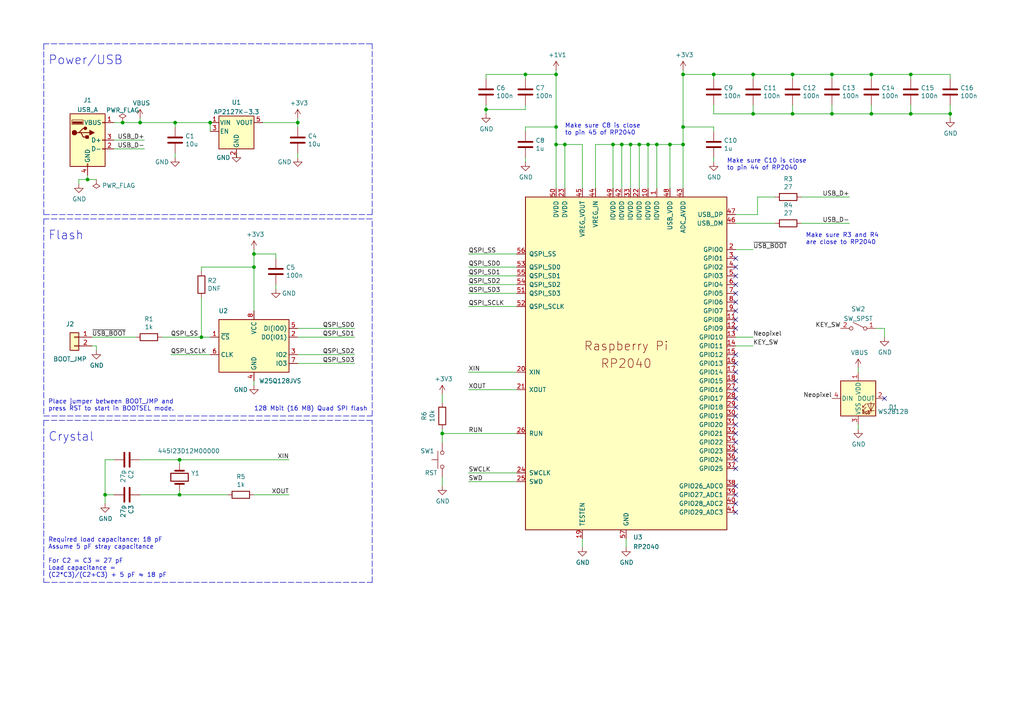
<source format=kicad_sch>
(kicad_sch (version 20211123) (generator eeschema)
  (paper "A4")
  (lib_symbols
    (symbol "Connector:USB_A" (pin_names (offset 1.016))
      (property "Reference" "J1" (at 0 11.5865 0))
      (property "Value" "USB_A" (at 0 8.8114 0))
      (symbol "USB_A_0_1"
        (rectangle (start -5.08 -7.62) (end 5.08 7.62) (stroke (width 0.254)) (fill (type background)))
        (circle (center -3.81 2.159) (radius 0.635) (stroke (width 0.254)) (fill (type outline)))
        (rectangle (start -1.524 4.826) (end -4.318 5.334) (fill (type outline)))
        (rectangle (start -1.27 4.572) (end -4.572 5.842))
        (circle (center -0.635 3.429) (radius 0.381) (stroke (width 0.254)) (fill (type outline)))
        (rectangle (start -0.127 -7.62) (end 0.127 -6.858))
        (polyline (pts (xy -3.175 2.159) (xy -2.54 2.159) (xy -1.27 3.429) (xy -0.635 3.429)) (stroke (width 0.254)))
        (polyline (pts (xy -2.54 2.159) (xy -1.905 2.159) (xy -1.27 0.889) (xy 0 0.889)) (stroke (width 0.254)))
        (polyline (pts (xy 0.635 2.794) (xy 0.635 1.524) (xy 1.905 2.159) (xy 0.635 2.794)) (stroke (width 0.254)) (fill (type outline)))
        (rectangle (start 0.254 1.27) (end -0.508 0.508) (stroke (width 0.254)) (fill (type outline)))
        (rectangle (start 5.08 -2.667) (end 4.318 -2.413))
        (rectangle (start 5.08 -0.127) (end 4.318 0.127))
        (rectangle (start 5.08 4.953) (end 4.318 5.207))
      )
      (symbol "USB_A_1_1"
        (polyline (pts (xy -1.905 2.159) (xy 0.635 2.159)) (stroke (width 0.254)))
        (pin power_in line (at 7.62 5.08 180) (length 2.54) (name "VBUS") (number "1"))
        (pin bidirectional line (at 7.62 -2.54 180) (length 2.54) (name "D-") (number "2"))
        (pin bidirectional line (at 7.62 0 180) (length 2.54) (name "D+") (number "3"))
        (pin power_in line (at 0 -10.16 90) (length 2.54) (name "GND") (number "4"))
      )
    )
    (symbol "Connector_Generic:Conn_01x02" (pin_names (offset 1.016) hide)
      (property "Reference" "J" (at 0 2.54 0))
      (property "Value" "Conn_01x02" (at 0 -5.08 0))
      (symbol "Conn_01x02_1_1"
        (rectangle (start -1.27 -2.413) (end 0 -2.667) (stroke (width 0.1524)))
        (rectangle (start -1.27 0.127) (end 0 -0.127) (stroke (width 0.1524)))
        (rectangle (start -1.27 1.27) (end 1.27 -3.81) (stroke (width 0.254)) (fill (type background)))
        (pin passive line (at -5.08 0 0) (length 3.81) (name "Pin_1") (number "1"))
        (pin passive line (at -5.08 -2.54 0) (length 3.81) (name "Pin_2") (number "2"))
      )
    )
    (symbol "Device:C" (pin_numbers hide) (pin_names (offset 0.254))
      (property "Reference" "C" (at 0.635 2.54 0))
      (property "Value" "C" (at 0.635 -2.54 0))
      (symbol "C_0_1"
        (polyline (pts (xy -2.032 -0.762) (xy 2.032 -0.762)) (stroke (width 0.508)))
        (polyline (pts (xy -2.032 0.762) (xy 2.032 0.762)) (stroke (width 0.508)))
      )
      (symbol "C_1_1"
        (pin passive line (at 0 3.81 270) (length 2.794) (name "~") (number "1"))
        (pin passive line (at 0 -3.81 90) (length 2.794) (name "~") (number "2"))
      )
    )
    (symbol "Device:Crystal" (pin_numbers hide) (pin_names (offset 1.016) hide)
      (property "Reference" "Y" (at 0 3.81 0))
      (property "Value" "Crystal" (at 0 -3.81 0))
      (symbol "Crystal_0_1"
        (rectangle (start -1.143 2.54) (end 1.143 -2.54) (stroke (width 0.3048)))
        (polyline (pts (xy -2.54 0) (xy -1.905 0)))
        (polyline (pts (xy -1.905 -1.27) (xy -1.905 1.27)) (stroke (width 0.508)))
        (polyline (pts (xy 1.905 -1.27) (xy 1.905 1.27)) (stroke (width 0.508)))
        (polyline (pts (xy 2.54 0) (xy 1.905 0)))
      )
      (symbol "Crystal_1_1"
        (pin passive line (at -3.81 0 0) (length 1.27) (name "1") (number "1"))
        (pin passive line (at 3.81 0 180) (length 1.27) (name "2") (number "2"))
      )
    )
    (symbol "Device:R" (pin_numbers hide) (pin_names (offset 0))
      (property "Reference" "R" (at 2.032 0 90))
      (property "Value" "R" (at 0 0 90))
      (symbol "R_0_1"
        (rectangle (start -1.016 -2.54) (end 1.016 2.54) (stroke (width 0.254)))
      )
      (symbol "R_1_1"
        (pin passive line (at 0 3.81 270) (length 1.27) (name "~") (number "1"))
        (pin passive line (at 0 -3.81 90) (length 1.27) (name "~") (number "2"))
      )
    )
    (symbol "LED:WS2812B" (pin_names (offset 0.254))
      (property "Reference" "D" (at 5.08 5.715 0))
      (property "Value" "WS2812B" (at 1.27 -5.715 0))
      (symbol "WS2812B_0_0"
        (text "RGB" (at 2.286 -4.191 0) (effects (font (size 0.762 0.762))))
      )
      (symbol "WS2812B_0_1"
        (polyline (pts (xy 1.27 -3.556) (xy 1.778 -3.556)))
        (polyline (pts (xy 1.27 -2.54) (xy 1.778 -2.54)))
        (polyline (pts (xy 4.699 -3.556) (xy 2.667 -3.556)))
        (polyline (pts (xy 2.286 -2.54) (xy 1.27 -3.556) (xy 1.27 -3.048)))
        (polyline (pts (xy 2.286 -1.524) (xy 1.27 -2.54) (xy 1.27 -2.032)))
        (polyline (pts (xy 3.683 -1.016) (xy 3.683 -3.556) (xy 3.683 -4.064)))
        (polyline (pts (xy 4.699 -1.524) (xy 2.667 -1.524) (xy 3.683 -3.556) (xy 4.699 -1.524)))
        (rectangle (start 5.08 5.08) (end -5.08 -5.08) (stroke (width 0.254)) (fill (type background)))
      )
      (symbol "WS2812B_1_1"
        (pin power_in line (at 0 7.62 270) (length 2.54) (name "VDD") (number "1"))
        (pin output line (at 7.62 0 180) (length 2.54) (name "DOUT") (number "2"))
        (pin power_in line (at 0 -7.62 90) (length 2.54) (name "VSS") (number "3"))
        (pin input line (at -7.62 0 0) (length 2.54) (name "DIN") (number "4"))
      )
    )
    (symbol "MCU_RaspberryPi_RP2040:RP2040" (pin_names (offset 1.016))
      (property "Reference" "U" (at -29.21 49.53 0))
      (property "Value" "RP2040" (at 24.13 -49.53 0))
      (symbol "RP2040_0_0"
        (text "Raspberry Pi" (at 0 5.08 0) (effects (font (size 2.54 2.54))))
        (text "RP2040" (at 0 0 0) (effects (font (size 2.54 2.54))))
      )
      (symbol "RP2040_0_1"
        (rectangle (start 29.21 48.26) (end -29.21 -48.26) (stroke (width 0.254)) (fill (type background)))
      )
      (symbol "RP2040_1_1"
        (pin power_in line (at 8.89 50.8 270) (length 2.54) (name "IOVDD") (number "1"))
        (pin power_in line (at 6.35 50.8 270) (length 2.54) (name "IOVDD") (number "10"))
        (pin bidirectional line (at 31.75 12.7 180) (length 2.54) (name "GPIO8") (number "11"))
        (pin bidirectional line (at 31.75 10.16 180) (length 2.54) (name "GPIO9") (number "12"))
        (pin bidirectional line (at 31.75 7.62 180) (length 2.54) (name "GPIO10") (number "13"))
        (pin bidirectional line (at 31.75 5.08 180) (length 2.54) (name "GPIO11") (number "14"))
        (pin bidirectional line (at 31.75 2.54 180) (length 2.54) (name "GPIO12") (number "15"))
        (pin bidirectional line (at 31.75 0 180) (length 2.54) (name "GPIO13") (number "16"))
        (pin bidirectional line (at 31.75 -2.54 180) (length 2.54) (name "GPIO14") (number "17"))
        (pin bidirectional line (at 31.75 -5.08 180) (length 2.54) (name "GPIO15") (number "18"))
        (pin passive line (at -12.7 -50.8 90) (length 2.54) (name "TESTEN") (number "19"))
        (pin bidirectional line (at 31.75 33.02 180) (length 2.54) (name "GPIO0") (number "2"))
        (pin input line (at -31.75 -2.54 0) (length 2.54) (name "XIN") (number "20"))
        (pin passive line (at -31.75 -7.62 0) (length 2.54) (name "XOUT") (number "21"))
        (pin power_in line (at 3.81 50.8 270) (length 2.54) (name "IOVDD") (number "22"))
        (pin power_in line (at -17.78 50.8 270) (length 2.54) (name "DVDD") (number "23"))
        (pin output line (at -31.75 -31.75 0) (length 2.54) (name "SWCLK") (number "24"))
        (pin bidirectional line (at -31.75 -34.29 0) (length 2.54) (name "SWD") (number "25"))
        (pin input line (at -31.75 -20.32 0) (length 2.54) (name "RUN") (number "26"))
        (pin bidirectional line (at 31.75 -7.62 180) (length 2.54) (name "GPIO16") (number "27"))
        (pin bidirectional line (at 31.75 -10.16 180) (length 2.54) (name "GPIO17") (number "28"))
        (pin bidirectional line (at 31.75 -12.7 180) (length 2.54) (name "GPIO18") (number "29"))
        (pin bidirectional line (at 31.75 30.48 180) (length 2.54) (name "GPIO1") (number "3"))
        (pin bidirectional line (at 31.75 -15.24 180) (length 2.54) (name "GPIO19") (number "30"))
        (pin bidirectional line (at 31.75 -17.78 180) (length 2.54) (name "GPIO20") (number "31"))
        (pin bidirectional line (at 31.75 -20.32 180) (length 2.54) (name "GPIO21") (number "32"))
        (pin power_in line (at 1.27 50.8 270) (length 2.54) (name "IOVDD") (number "33"))
        (pin bidirectional line (at 31.75 -22.86 180) (length 2.54) (name "GPIO22") (number "34"))
        (pin bidirectional line (at 31.75 -25.4 180) (length 2.54) (name "GPIO23") (number "35"))
        (pin bidirectional line (at 31.75 -27.94 180) (length 2.54) (name "GPIO24") (number "36"))
        (pin bidirectional line (at 31.75 -30.48 180) (length 2.54) (name "GPIO25") (number "37"))
        (pin bidirectional line (at 31.75 -35.56 180) (length 2.54) (name "GPIO26_ADC0") (number "38"))
        (pin bidirectional line (at 31.75 -38.1 180) (length 2.54) (name "GPIO27_ADC1") (number "39"))
        (pin bidirectional line (at 31.75 27.94 180) (length 2.54) (name "GPIO2") (number "4"))
        (pin bidirectional line (at 31.75 -40.64 180) (length 2.54) (name "GPIO28_ADC2") (number "40"))
        (pin bidirectional line (at 31.75 -43.18 180) (length 2.54) (name "GPIO29_ADC3") (number "41"))
        (pin power_in line (at -1.27 50.8 270) (length 2.54) (name "IOVDD") (number "42"))
        (pin power_in line (at 16.51 50.8 270) (length 2.54) (name "ADC_AVDD") (number "43"))
        (pin power_in line (at -8.89 50.8 270) (length 2.54) (name "VREG_IN") (number "44"))
        (pin power_out line (at -12.7 50.8 270) (length 2.54) (name "VREG_VOUT") (number "45"))
        (pin bidirectional line (at 31.75 40.64 180) (length 2.54) (name "USB_DM") (number "46"))
        (pin bidirectional line (at 31.75 43.18 180) (length 2.54) (name "USB_DP") (number "47"))
        (pin power_in line (at 12.7 50.8 270) (length 2.54) (name "USB_VDD") (number "48"))
        (pin power_in line (at -3.81 50.8 270) (length 2.54) (name "IOVDD") (number "49"))
        (pin bidirectional line (at 31.75 25.4 180) (length 2.54) (name "GPIO3") (number "5"))
        (pin power_in line (at -20.32 50.8 270) (length 2.54) (name "DVDD") (number "50"))
        (pin bidirectional line (at -31.75 20.32 0) (length 2.54) (name "QSPI_SD3") (number "51"))
        (pin output line (at -31.75 16.51 0) (length 2.54) (name "QSPI_SCLK") (number "52"))
        (pin bidirectional line (at -31.75 27.94 0) (length 2.54) (name "QSPI_SD0") (number "53"))
        (pin bidirectional line (at -31.75 22.86 0) (length 2.54) (name "QSPI_SD2") (number "54"))
        (pin bidirectional line (at -31.75 25.4 0) (length 2.54) (name "QSPI_SD1") (number "55"))
        (pin bidirectional line (at -31.75 31.75 0) (length 2.54) (name "QSPI_SS") (number "56"))
        (pin power_in line (at 0 -50.8 90) (length 2.54) (name "GND") (number "57"))
        (pin bidirectional line (at 31.75 22.86 180) (length 2.54) (name "GPIO4") (number "6"))
        (pin bidirectional line (at 31.75 20.32 180) (length 2.54) (name "GPIO5") (number "7"))
        (pin bidirectional line (at 31.75 17.78 180) (length 2.54) (name "GPIO6") (number "8"))
        (pin bidirectional line (at 31.75 15.24 180) (length 2.54) (name "GPIO7") (number "9"))
      )
    )
    (symbol "Memory_Flash:W25Q128JVS"
      (property "Reference" "U" (at -8.89 8.89 0))
      (property "Value" "W25Q128JVS" (at 7.62 8.89 0))
      (symbol "W25Q128JVS_0_1"
        (rectangle (start -10.16 7.62) (end 10.16 -7.62) (stroke (width 0.254)) (fill (type background)))
      )
      (symbol "W25Q128JVS_1_1"
        (pin input line (at -12.7 2.54 0) (length 2.54) (name "~{CS}") (number "1"))
        (pin bidirectional line (at 12.7 2.54 180) (length 2.54) (name "DO(IO1)") (number "2"))
        (pin bidirectional line (at 12.7 -2.54 180) (length 2.54) (name "IO2") (number "3"))
        (pin power_in line (at 0 -10.16 90) (length 2.54) (name "GND") (number "4"))
        (pin bidirectional line (at 12.7 5.08 180) (length 2.54) (name "DI(IO0)") (number "5"))
        (pin input line (at -12.7 -2.54 0) (length 2.54) (name "CLK") (number "6"))
        (pin bidirectional line (at 12.7 -5.08 180) (length 2.54) (name "IO3") (number "7"))
        (pin power_in line (at 0 10.16 270) (length 2.54) (name "VCC") (number "8"))
      )
    )
    (symbol "Regulator_Linear:AP2127K-3.3" (pin_names (offset 0.254))
      (property "Reference" "U" (at -5.08 5.715 0))
      (property "Value" "AP2127K-3.3" (at 0 5.715 0))
      (symbol "AP2127K-3.3_0_1"
        (rectangle (start -5.08 4.445) (end 5.08 -5.08) (stroke (width 0.254)) (fill (type background)))
      )
      (symbol "AP2127K-3.3_1_1"
        (pin power_in line (at -7.62 2.54 0) (length 2.54) (name "VIN") (number "1"))
        (pin power_in line (at 0 -7.62 90) (length 2.54) (name "GND") (number "2"))
        (pin input line (at -7.62 0 0) (length 2.54) (name "EN") (number "3"))
        (pin no_connect line (at 5.08 0 180) (length 2.54) hide (name "NC") (number "4"))
        (pin power_out line (at 7.62 2.54 180) (length 2.54) (name "VOUT") (number "5"))
      )
    )
    (symbol "Switch:SW_Push" (pin_numbers hide) (pin_names (offset 1.016) hide)
      (property "Reference" "SW" (at 1.27 2.54 0))
      (property "Value" "SW_Push" (at 0 -1.524 0))
      (symbol "SW_Push_0_1"
        (circle (center -2.032 0) (radius 0.508))
        (polyline (pts (xy 0 1.27) (xy 0 3.048)))
        (polyline (pts (xy 2.54 1.27) (xy -2.54 1.27)))
        (circle (center 2.032 0) (radius 0.508))
        (pin passive line (at -5.08 0 0) (length 2.54) (name "1") (number "1"))
        (pin passive line (at 5.08 0 180) (length 2.54) (name "2") (number "2"))
      )
    )
    (symbol "Switch:SW_SPST" (pin_names (offset 0) hide)
      (property "Reference" "SW" (at 0 3.175 0))
      (property "Value" "SW_SPST" (at 0 -2.54 0))
      (symbol "SW_SPST_0_0"
        (circle (center -2.032 0) (radius 0.508))
        (polyline (pts (xy -1.524 0.254) (xy 1.524 1.778)))
        (circle (center 2.032 0) (radius 0.508))
      )
      (symbol "SW_SPST_1_1"
        (pin passive line (at -5.08 0 0) (length 2.54) (name "A") (number "1"))
        (pin passive line (at 5.08 0 180) (length 2.54) (name "B") (number "2"))
      )
    )
    (symbol "power:+1V1" (power) (pin_names (offset 0))
      (property "Value" "+1V1" (at 0 3.556 0))
      (symbol "+1V1_0_1"
        (polyline (pts (xy -0.762 1.27) (xy 0 2.54)))
        (polyline (pts (xy 0 0) (xy 0 2.54)))
        (polyline (pts (xy 0 2.54) (xy 0.762 1.27)))
      )
      (symbol "+1V1_1_1"
        (pin power_in line (at 0 0 90) (length 0) hide (name "+1V1") (number "1"))
      )
    )
    (symbol "power:+3V3" (power) (pin_names (offset 0))
      (property "Value" "+3V3" (at 0 3.556 0))
      (symbol "+3V3_0_1"
        (polyline (pts (xy -0.762 1.27) (xy 0 2.54)))
        (polyline (pts (xy 0 0) (xy 0 2.54)))
        (polyline (pts (xy 0 2.54) (xy 0.762 1.27)))
      )
      (symbol "+3V3_1_1"
        (pin power_in line (at 0 0 90) (length 0) hide (name "+3V3") (number "1"))
      )
    )
    (symbol "power:GND" (power) (pin_names (offset 0))
      (property "Value" "GND" (at 0 -3.81 0))
      (symbol "GND_0_1"
        (polyline (pts (xy 0 0) (xy 0 -1.27) (xy 1.27 -1.27) (xy 0 -2.54) (xy -1.27 -1.27) (xy 0 -1.27)))
      )
      (symbol "GND_1_1"
        (pin power_in line (at 0 0 270) (length 0) hide (name "GND") (number "1"))
      )
    )
    (symbol "power:PWR_FLAG" (power) (pin_numbers hide) (pin_names (offset 0) hide)
      (property "Value" "PWR_FLAG" (at 0 3.81 0))
      (symbol "PWR_FLAG_0_0"
        (pin power_out line (at 0 0 90) (length 0) (name "pwr") (number "1"))
      )
      (symbol "PWR_FLAG_0_1"
        (polyline (pts (xy 0 0) (xy 0 1.27) (xy -1.016 1.905) (xy 0 2.54) (xy 1.016 1.905) (xy 0 1.27)))
      )
    )
    (symbol "power:VBUS" (power) (pin_names (offset 0))
      (property "Value" "VBUS" (at 0 3.81 0))
      (symbol "VBUS_0_1"
        (polyline (pts (xy -0.762 1.27) (xy 0 2.54)))
        (polyline (pts (xy 0 0) (xy 0 2.54)))
        (polyline (pts (xy 0 2.54) (xy 0.762 1.27)))
      )
      (symbol "VBUS_1_1"
        (pin power_in line (at 0 0 90) (length 0) hide (name "VBUS") (number "1"))
      )
    )
  )
  (junction (at 163.83 41.91))
  (junction (at 73.66 77.47))
  (junction (at 264.16 33.02))
  (junction (at 241.3 33.02))
  (junction (at 58.42 97.79))
  (junction (at 161.29 41.91))
  (junction (at 30.48 143.51))
  (junction (at 152.4 21.59))
  (junction (at 52.07 133.35))
  (junction (at 35.56 35.56))
  (junction (at 229.87 33.02))
  (junction (at 218.44 21.59))
  (junction (at 275.59 33.02))
  (junction (at 182.88 41.91))
  (junction (at 161.29 36.83))
  (junction (at 252.73 21.59))
  (junction (at 128.27 125.73))
  (junction (at 218.44 33.02))
  (junction (at 86.36 35.56))
  (junction (at 252.73 33.02))
  (junction (at 198.12 36.83))
  (junction (at 73.66 73.66))
  (junction (at 50.8 35.56))
  (junction (at 185.42 41.91))
  (junction (at 264.16 21.59))
  (junction (at 140.97 31.75))
  (junction (at 177.8 41.91))
  (junction (at 190.5 41.91))
  (junction (at 60.96 35.56))
  (junction (at 52.07 143.51))
  (junction (at 198.12 41.91))
  (junction (at 40.64 35.56))
  (junction (at 161.29 21.59))
  (junction (at 241.3 21.59))
  (junction (at 229.87 21.59))
  (junction (at 207.01 21.59))
  (junction (at 187.96 41.91))
  (junction (at 25.4 52.07))
  (junction (at 198.12 21.59))
  (junction (at 180.34 41.91))
  (junction (at 194.31 41.91))
  (no_connect (at 213.36 115.57))
  (no_connect (at 213.36 95.25))
  (no_connect (at 213.36 92.71))
  (no_connect (at 213.36 90.17))
  (no_connect (at 213.36 87.63))
  (no_connect (at 213.36 85.09))
  (no_connect (at 213.36 113.03))
  (no_connect (at 213.36 110.49))
  (no_connect (at 213.36 82.55))
  (no_connect (at 213.36 107.95))
  (no_connect (at 213.36 105.41))
  (no_connect (at 213.36 102.87))
  (no_connect (at 213.36 148.59))
  (no_connect (at 213.36 146.05))
  (no_connect (at 213.36 143.51))
  (no_connect (at 213.36 140.97))
  (no_connect (at 213.36 135.89))
  (no_connect (at 213.36 133.35))
  (no_connect (at 213.36 130.81))
  (no_connect (at 213.36 128.27))
  (no_connect (at 213.36 123.19))
  (no_connect (at 213.36 120.65))
  (no_connect (at 213.36 118.11))
  (no_connect (at 256.54 115.57))
  (no_connect (at 213.36 80.01))
  (no_connect (at 213.36 77.47))
  (no_connect (at 213.36 125.73))
  (no_connect (at 213.36 74.93))
  (wire (pts (xy 73.66 73.66) (xy 73.66 77.47)))
  (wire (pts (xy 163.83 41.91) (xy 161.29 41.91)))
  (wire (pts (xy 180.34 41.91) (xy 182.88 41.91)))
  (wire (pts (xy 140.97 30.48) (xy 140.97 31.75)))
  (wire (pts (xy 128.27 124.46) (xy 128.27 125.73)))
  (wire (pts (xy 128.27 125.73) (xy 128.27 128.27)))
  (wire (pts (xy 168.91 41.91) (xy 163.83 41.91)))
  (wire (pts (xy 256.54 95.25) (xy 256.54 97.79)))
  (polyline (pts (xy 12.7 12.7) (xy 12.7 62.23)))
  (wire (pts (xy 241.3 22.86) (xy 241.3 21.59)))
  (wire (pts (xy 25.4 50.8) (xy 25.4 52.07)))
  (wire (pts (xy 172.72 54.61) (xy 172.72 41.91)))
  (wire (pts (xy 190.5 41.91) (xy 190.5 54.61)))
  (wire (pts (xy 219.71 57.15) (xy 219.71 62.23)))
  (polyline (pts (xy 107.95 120.65) (xy 107.95 63.5)))
  (wire (pts (xy 58.42 77.47) (xy 73.66 77.47)))
  (wire (pts (xy 177.8 41.91) (xy 180.34 41.91)))
  (wire (pts (xy 135.89 80.01) (xy 149.86 80.01)))
  (wire (pts (xy 181.61 156.21) (xy 181.61 158.75)))
  (wire (pts (xy 198.12 21.59) (xy 207.01 21.59)))
  (wire (pts (xy 73.66 72.39) (xy 73.66 73.66)))
  (wire (pts (xy 149.86 88.9) (xy 135.89 88.9)))
  (wire (pts (xy 50.8 36.83) (xy 50.8 35.56)))
  (wire (pts (xy 73.66 110.49) (xy 73.66 111.76)))
  (wire (pts (xy 194.31 54.61) (xy 194.31 41.91)))
  (polyline (pts (xy 107.95 62.23) (xy 107.95 12.7)))
  (wire (pts (xy 207.01 38.1) (xy 207.01 36.83)))
  (wire (pts (xy 207.01 45.72) (xy 207.01 46.99)))
  (wire (pts (xy 264.16 33.02) (xy 252.73 33.02)))
  (wire (pts (xy 25.4 52.07) (xy 22.86 52.07)))
  (wire (pts (xy 149.86 113.03) (xy 135.89 113.03)))
  (wire (pts (xy 241.3 30.48) (xy 241.3 33.02)))
  (wire (pts (xy 198.12 36.83) (xy 198.12 41.91)))
  (wire (pts (xy 180.34 54.61) (xy 180.34 41.91)))
  (wire (pts (xy 35.56 35.56) (xy 40.64 35.56)))
  (wire (pts (xy 86.36 97.79) (xy 102.87 97.79)))
  (wire (pts (xy 218.44 22.86) (xy 218.44 21.59)))
  (wire (pts (xy 218.44 97.79) (xy 213.36 97.79)))
  (wire (pts (xy 168.91 54.61) (xy 168.91 41.91)))
  (wire (pts (xy 152.4 36.83) (xy 161.29 36.83)))
  (wire (pts (xy 33.02 43.18) (xy 41.91 43.18)))
  (wire (pts (xy 86.36 35.56) (xy 86.36 34.29)))
  (wire (pts (xy 128.27 138.43) (xy 128.27 140.97)))
  (wire (pts (xy 80.01 82.55) (xy 80.01 83.82)))
  (wire (pts (xy 248.92 123.19) (xy 248.92 124.46)))
  (wire (pts (xy 86.36 36.83) (xy 86.36 35.56)))
  (wire (pts (xy 152.4 22.86) (xy 152.4 21.59)))
  (wire (pts (xy 177.8 54.61) (xy 177.8 41.91)))
  (wire (pts (xy 46.99 97.79) (xy 58.42 97.79)))
  (wire (pts (xy 213.36 72.39) (xy 218.44 72.39)))
  (wire (pts (xy 140.97 22.86) (xy 140.97 21.59)))
  (wire (pts (xy 264.16 30.48) (xy 264.16 33.02)))
  (wire (pts (xy 135.89 107.95) (xy 149.86 107.95)))
  (wire (pts (xy 213.36 62.23) (xy 219.71 62.23)))
  (wire (pts (xy 140.97 21.59) (xy 152.4 21.59)))
  (wire (pts (xy 187.96 54.61) (xy 187.96 41.91)))
  (wire (pts (xy 218.44 30.48) (xy 218.44 33.02)))
  (wire (pts (xy 182.88 54.61) (xy 182.88 41.91)))
  (polyline (pts (xy 12.7 121.92) (xy 12.7 168.91)))
  (wire (pts (xy 149.86 137.16) (xy 135.89 137.16)))
  (wire (pts (xy 194.31 41.91) (xy 198.12 41.91)))
  (wire (pts (xy 218.44 33.02) (xy 207.01 33.02)))
  (wire (pts (xy 232.41 57.15) (xy 246.38 57.15)))
  (wire (pts (xy 80.01 73.66) (xy 73.66 73.66)))
  (wire (pts (xy 172.72 41.91) (xy 177.8 41.91)))
  (wire (pts (xy 135.89 77.47) (xy 149.86 77.47)))
  (wire (pts (xy 60.96 35.56) (xy 50.8 35.56)))
  (wire (pts (xy 26.67 100.33) (xy 27.94 100.33)))
  (wire (pts (xy 140.97 31.75) (xy 152.4 31.75)))
  (wire (pts (xy 135.89 82.55) (xy 149.86 82.55)))
  (wire (pts (xy 152.4 45.72) (xy 152.4 46.99)))
  (wire (pts (xy 40.64 35.56) (xy 50.8 35.56)))
  (wire (pts (xy 30.48 143.51) (xy 30.48 146.05)))
  (wire (pts (xy 40.64 133.35) (xy 52.07 133.35)))
  (wire (pts (xy 50.8 44.45) (xy 50.8 45.72)))
  (wire (pts (xy 33.02 35.56) (xy 35.56 35.56)))
  (wire (pts (xy 27.94 100.33) (xy 27.94 101.6)))
  (wire (pts (xy 80.01 74.93) (xy 80.01 73.66)))
  (wire (pts (xy 52.07 133.35) (xy 83.82 133.35)))
  (wire (pts (xy 161.29 21.59) (xy 161.29 36.83)))
  (polyline (pts (xy 107.95 12.7) (xy 12.7 12.7)))
  (wire (pts (xy 76.2 35.56) (xy 86.36 35.56)))
  (wire (pts (xy 149.86 73.66) (xy 135.89 73.66)))
  (wire (pts (xy 86.36 102.87) (xy 102.87 102.87)))
  (wire (pts (xy 275.59 22.86) (xy 275.59 21.59)))
  (wire (pts (xy 73.66 77.47) (xy 73.66 90.17)))
  (wire (pts (xy 161.29 36.83) (xy 161.29 41.91)))
  (wire (pts (xy 264.16 33.02) (xy 275.59 33.02)))
  (polyline (pts (xy 12.7 63.5) (xy 12.7 120.65)))
  (wire (pts (xy 73.66 143.51) (xy 83.82 143.51)))
  (wire (pts (xy 149.86 139.7) (xy 135.89 139.7)))
  (polyline (pts (xy 107.95 63.5) (xy 12.7 63.5)))
  (wire (pts (xy 30.48 133.35) (xy 30.48 143.51)))
  (wire (pts (xy 49.53 102.87) (xy 60.96 102.87)))
  (wire (pts (xy 33.02 40.64) (xy 41.91 40.64)))
  (wire (pts (xy 232.41 64.77) (xy 246.38 64.77)))
  (wire (pts (xy 152.4 21.59) (xy 161.29 21.59)))
  (wire (pts (xy 39.37 97.79) (xy 26.67 97.79)))
  (wire (pts (xy 252.73 21.59) (xy 264.16 21.59)))
  (wire (pts (xy 52.07 143.51) (xy 66.04 143.51)))
  (wire (pts (xy 58.42 78.74) (xy 58.42 77.47)))
  (wire (pts (xy 190.5 41.91) (xy 194.31 41.91)))
  (polyline (pts (xy 107.95 121.92) (xy 12.7 121.92)))
  (wire (pts (xy 264.16 21.59) (xy 275.59 21.59)))
  (wire (pts (xy 248.92 106.68) (xy 248.92 107.95)))
  (wire (pts (xy 187.96 41.91) (xy 190.5 41.91)))
  (wire (pts (xy 68.58 45.72) (xy 68.58 44.45)))
  (wire (pts (xy 58.42 97.79) (xy 60.96 97.79)))
  (wire (pts (xy 163.83 54.61) (xy 163.83 41.91)))
  (wire (pts (xy 252.73 30.48) (xy 252.73 33.02)))
  (wire (pts (xy 198.12 36.83) (xy 207.01 36.83)))
  (wire (pts (xy 86.36 95.25) (xy 102.87 95.25)))
  (wire (pts (xy 33.02 133.35) (xy 30.48 133.35)))
  (wire (pts (xy 182.88 41.91) (xy 185.42 41.91)))
  (polyline (pts (xy 12.7 120.65) (xy 107.95 120.65)))
  (wire (pts (xy 86.36 44.45) (xy 86.36 45.72)))
  (wire (pts (xy 275.59 30.48) (xy 275.59 33.02)))
  (wire (pts (xy 207.01 30.48) (xy 207.01 33.02)))
  (wire (pts (xy 40.64 34.29) (xy 40.64 35.56)))
  (wire (pts (xy 161.29 41.91) (xy 161.29 54.61)))
  (wire (pts (xy 241.3 33.02) (xy 229.87 33.02)))
  (wire (pts (xy 229.87 33.02) (xy 218.44 33.02)))
  (wire (pts (xy 168.91 156.21) (xy 168.91 158.75)))
  (wire (pts (xy 207.01 22.86) (xy 207.01 21.59)))
  (wire (pts (xy 161.29 20.32) (xy 161.29 21.59)))
  (wire (pts (xy 252.73 22.86) (xy 252.73 21.59)))
  (polyline (pts (xy 12.7 168.91) (xy 107.95 168.91)))
  (wire (pts (xy 198.12 21.59) (xy 198.12 36.83)))
  (wire (pts (xy 135.89 85.09) (xy 149.86 85.09)))
  (wire (pts (xy 213.36 100.33) (xy 218.44 100.33)))
  (wire (pts (xy 25.4 52.07) (xy 27.94 52.07)))
  (wire (pts (xy 58.42 86.36) (xy 58.42 97.79)))
  (wire (pts (xy 52.07 142.24) (xy 52.07 143.51)))
  (wire (pts (xy 128.27 125.73) (xy 149.86 125.73)))
  (wire (pts (xy 198.12 20.32) (xy 198.12 21.59)))
  (wire (pts (xy 86.36 105.41) (xy 102.87 105.41)))
  (wire (pts (xy 219.71 57.15) (xy 224.79 57.15)))
  (wire (pts (xy 264.16 22.86) (xy 264.16 21.59)))
  (wire (pts (xy 52.07 134.62) (xy 52.07 133.35)))
  (wire (pts (xy 275.59 33.02) (xy 275.59 34.29)))
  (wire (pts (xy 33.02 143.51) (xy 30.48 143.51)))
  (wire (pts (xy 252.73 33.02) (xy 241.3 33.02)))
  (wire (pts (xy 185.42 41.91) (xy 187.96 41.91)))
  (wire (pts (xy 40.64 143.51) (xy 52.07 143.51)))
  (wire (pts (xy 198.12 41.91) (xy 198.12 54.61)))
  (wire (pts (xy 241.3 21.59) (xy 252.73 21.59)))
  (wire (pts (xy 229.87 21.59) (xy 241.3 21.59)))
  (wire (pts (xy 229.87 30.48) (xy 229.87 33.02)))
  (polyline (pts (xy 107.95 168.91) (xy 107.95 121.92)))
  (wire (pts (xy 140.97 31.75) (xy 140.97 33.02)))
  (wire (pts (xy 60.96 38.1) (xy 60.96 35.56)))
  (wire (pts (xy 254 95.25) (xy 256.54 95.25)))
  (wire (pts (xy 22.86 52.07) (xy 22.86 53.34)))
  (wire (pts (xy 152.4 31.75) (xy 152.4 30.48)))
  (wire (pts (xy 152.4 38.1) (xy 152.4 36.83)))
  (wire (pts (xy 229.87 22.86) (xy 229.87 21.59)))
  (wire (pts (xy 213.36 64.77) (xy 224.79 64.77)))
  (wire (pts (xy 218.44 21.59) (xy 229.87 21.59)))
  (wire (pts (xy 185.42 54.61) (xy 185.42 41.91)))
  (wire (pts (xy 207.01 21.59) (xy 218.44 21.59)))
  (polyline (pts (xy 12.7 62.23) (xy 107.95 62.23)))
  (wire (pts (xy 128.27 114.3) (xy 128.27 116.84)))
  (text "128 Mbit (16 MB) Quad SPI flash" (at 73.66 119.38 0) (effects (font (size 1.27 1.27)) (justify left bottom)))
  (text "Make sure C10 is close \nto pin 44 of RP2040" (at 210.82 49.53 0) (effects (font (size 1.27 1.27)) (justify left bottom)))
  (text "Power/USB" (at 13.97 19.05 0) (effects (font (size 2.54 2.54)) (justify left bottom)))
  (text "Required load capacitance: 18 pF\nAssume 5 pF stray capacitance\n\nFor C2 = C3 = 27 pF\nLoad capacitance = \n(C2*C3)/(C2+C3) + 5 pF ≈ 18 pF" (at 13.97 167.64 0) (effects (font (size 1.27 1.27)) (justify left bottom)))
  (text "Crystal" (at 13.97 128.27 0) (effects (font (size 2.54 2.54)) (justify left bottom)))
  (text "Place jumper between BOOT_JMP and \npress RST to start in BOOTSEL mode." (at 13.97 119.38 0) (effects (font (size 1.27 1.27)) (justify left bottom)))
  (text "Make sure C8 is close \nto pin 45 of RP2040" (at 163.83 39.37 0) (effects (font (size 1.27 1.27)) (justify left bottom)))
  (text "Flash" (at 13.97 69.85 0) (effects (font (size 2.54 2.54)) (justify left bottom)))
  (text "Make sure R3 and R4 \nare close to RP2040" (at 233.68 71.12 0) (effects (font (size 1.27 1.27)) (justify left bottom)))
  (label "XIN" (at 83.82 133.35 180))
  (label "XOUT" (at 135.89 113.03 0))
  (label "USB_D-" (at 246.38 64.77 180))
  (label "QSPI_SD2" (at 135.89 82.55 0))
  (label "RUN" (at 135.89 125.73 0))
  (label "Neopixel" (at 218.44 97.79 0))
  (label "KEY_SW" (at 218.44 100.33 0))
  (label "USB_D+" (at 41.91 40.64 180))
  (label "QSPI_SD2" (at 102.87 102.87 180))
  (label "KEY_SW" (at 243.84 95.25 180))
  (label "QSPI_SS" (at 135.89 73.66 0))
  (label "QSPI_SCLK" (at 49.53 102.87 0))
  (label "~{USB_BOOT}" (at 26.67 97.79 0))
  (label "QSPI_SD1" (at 135.89 80.01 0))
  (label "SWD" (at 135.89 139.7 0))
  (label "USB_D-" (at 41.91 43.18 180))
  (label "QSPI_SD1" (at 102.87 97.79 180))
  (label "QSPI_SD0" (at 102.87 95.25 180))
  (label "QSPI_SD3" (at 102.87 105.41 180))
  (label "QSPI_SD3" (at 135.89 85.09 0))
  (label "XIN" (at 135.89 107.95 0))
  (label "QSPI_SD0" (at 135.89 77.47 0))
  (label "USB_D+" (at 246.38 57.15 180))
  (label "QSPI_SS" (at 49.53 97.79 0))
  (label "~{USB_BOOT}" (at 218.44 72.39 0))
  (label "QSPI_SCLK" (at 135.89 88.9 0))
  (label "XOUT" (at 83.82 143.51 180))
  (label "SWCLK" (at 135.89 137.16 0))
  (label "Neopixel" (at 241.3 115.57 180))
  (symbol (lib_id "Device:C") (at 36.83 133.35 270) (unit 1)
    (property "Reference" "C2" (at 37.9984 136.271 0) (effects (justify left)))
    (property "Value" "27p" (at 35.687 136.271 0) (effects (justify left)))
    (property "Footprint" "Resistor_SMD:R_0402_1005Metric_Pad0.72x0.64mm_HandSolder" (effects hide))
  )
  (symbol (lib_id "Device:C") (at 36.83 143.51 270) (unit 1)
    (property "Reference" "C3" (at 37.9984 146.431 0) (effects (justify left)))
    (property "Value" "27p" (at 35.687 146.431 0) (effects (justify left)))
    (property "Footprint" "Resistor_SMD:R_0402_1005Metric_Pad0.72x0.64mm_HandSolder" (effects hide))
  )
  (symbol (lib_id "power:GND") (at 30.48 146.05 0) (unit 1)
    (property "Reference" "#PWR06" (effects hide))
    (property "Value" "GND" (at 30.607 150.4442 0))
  )
  (symbol (lib_id "Memory_Flash:W25Q128JVS") (at 73.66 100.33 0) (unit 1)
    (property "Reference" "U2" (at 64.77 90.17 0))
    (property "Value" "W25Q128JVS" (at 81.28 110.49 0))
    (property "Footprint" "Package_SON:WSON-8-1EP_6x5mm_P1.27mm_EP3.4x4.3mm" (effects hide))
    (property "Datasheet" "http://www.winbond.com/resource-files/w25q128jv_dtr%20revc%2003272018%20plus.pdf" (effects hide))
  )
  (symbol (lib_id "power:+3V3") (at 73.66 72.39 0) (unit 1)
    (property "Reference" "#PWR07" (effects hide))
    (property "Value" "+3V3" (at 74.041 67.9958 0))
  )
  (symbol (lib_id "power:GND") (at 73.66 111.76 0) (unit 1)
    (property "Reference" "#PWR08" (effects hide))
    (property "Value" "GND" (at 69.85 113.03 0))
  )
  (symbol (lib_id "Device:R") (at 58.42 82.55 0) (unit 1)
    (property "Reference" "R2" (at 60.198 81.3816 0) (effects (justify left)))
    (property "Value" "DNF" (at 60.198 83.693 0) (effects (justify left)))
    (property "Footprint" "Resistor_SMD:R_0402_1005Metric_Pad0.72x0.64mm_HandSolder" (effects hide))
  )
  (symbol (lib_id "Device:R") (at 43.18 97.79 270) (unit 1)
    (property "Reference" "R1" (at 43.18 92.5322 90))
    (property "Value" "1k" (at 43.18 94.8436 90))
    (property "Footprint" "Resistor_SMD:R_0402_1005Metric_Pad0.72x0.64mm_HandSolder" (effects hide))
  )
  (symbol (lib_id "Device:C") (at 80.01 78.74 0) (unit 1)
    (property "Reference" "C5" (at 82.931 77.5716 0) (effects (justify left)))
    (property "Value" "100n" (at 82.931 79.883 0) (effects (justify left)))
    (property "Footprint" "Resistor_SMD:R_0402_1005Metric_Pad0.72x0.64mm_HandSolder" (effects hide))
  )
  (symbol (lib_id "power:GND") (at 80.01 83.82 0) (unit 1)
    (property "Reference" "#PWR011" (effects hide))
    (property "Value" "GND" (at 83.82 85.09 0))
  )
  (symbol (lib_id "power:GND") (at 181.61 158.75 0) (unit 1)
    (property "Reference" "#PWR016" (effects hide))
    (property "Value" "GND" (at 181.737 163.1442 0))
  )
  (symbol (lib_id "power:GND") (at 168.91 158.75 0) (unit 1)
    (property "Reference" "#PWR015" (effects hide))
    (property "Value" "GND" (at 169.037 163.1442 0))
  )
  (symbol (lib_id "Device:R") (at 228.6 57.15 270) (unit 1)
    (property "Reference" "R3" (at 228.6 51.8922 90))
    (property "Value" "27" (at 228.6 54.2036 90))
    (property "Footprint" "Resistor_SMD:R_0402_1005Metric_Pad0.72x0.64mm_HandSolder" (effects hide))
  )
  (symbol (lib_id "Device:R") (at 228.6 64.77 270) (unit 1)
    (property "Reference" "R4" (at 228.6 59.5122 90))
    (property "Value" "27" (at 228.6 61.8236 90))
    (property "Footprint" "Resistor_SMD:R_0402_1005Metric_Pad0.72x0.64mm_HandSolder" (effects hide))
  )
  (symbol (lib_id "power:GND") (at 22.86 53.34 0) (unit 1)
    (property "Reference" "#PWR01" (effects hide))
    (property "Value" "GND" (at 22.987 57.7342 0))
  )
  (symbol (lib_id "power:+3V3") (at 198.12 20.32 0) (unit 1)
    (property "Reference" "#PWR017" (effects hide))
    (property "Value" "+3V3" (at 198.501 15.9258 0))
  )
  (symbol (lib_id "power:+1V1") (at 161.29 20.32 0) (unit 1)
    (property "Reference" "#PWR014" (effects hide))
    (property "Value" "+1V1" (at 161.671 15.9258 0))
  )
  (symbol (lib_id "Device:C") (at 207.01 26.67 0) (unit 1)
    (property "Reference" "C9" (at 209.931 25.5016 0) (effects (justify left)))
    (property "Value" "100n" (at 209.931 27.813 0) (effects (justify left)))
    (property "Footprint" "Resistor_SMD:R_0402_1005Metric_Pad0.72x0.64mm_HandSolder" (effects hide))
  )
  (symbol (lib_id "Device:C") (at 218.44 26.67 0) (unit 1)
    (property "Reference" "C11" (at 221.361 25.5016 0) (effects (justify left)))
    (property "Value" "100n" (at 221.361 27.813 0) (effects (justify left)))
    (property "Footprint" "Resistor_SMD:R_0402_1005Metric_Pad0.72x0.64mm_HandSolder" (effects hide))
  )
  (symbol (lib_id "Device:C") (at 229.87 26.67 0) (unit 1)
    (property "Reference" "C12" (at 232.791 25.5016 0) (effects (justify left)))
    (property "Value" "100n" (at 232.791 27.813 0) (effects (justify left)))
    (property "Footprint" "Resistor_SMD:R_0402_1005Metric_Pad0.72x0.64mm_HandSolder" (effects hide))
  )
  (symbol (lib_id "Device:C") (at 241.3 26.67 0) (unit 1)
    (property "Reference" "C13" (at 244.221 25.5016 0) (effects (justify left)))
    (property "Value" "100n" (at 244.221 27.813 0) (effects (justify left)))
    (property "Footprint" "Resistor_SMD:R_0402_1005Metric_Pad0.72x0.64mm_HandSolder" (effects hide))
  )
  (symbol (lib_id "Device:C") (at 252.73 26.67 0) (unit 1)
    (property "Reference" "C14" (at 255.651 25.5016 0) (effects (justify left)))
    (property "Value" "100n" (at 255.651 27.813 0) (effects (justify left)))
    (property "Footprint" "Resistor_SMD:R_0402_1005Metric_Pad0.72x0.64mm_HandSolder" (effects hide))
  )
  (symbol (lib_id "Device:C") (at 264.16 26.67 0) (unit 1)
    (property "Reference" "C15" (at 267.081 25.5016 0) (effects (justify left)))
    (property "Value" "100n" (at 267.081 27.813 0) (effects (justify left)))
    (property "Footprint" "Resistor_SMD:R_0402_1005Metric_Pad0.72x0.64mm_HandSolder" (effects hide))
  )
  (symbol (lib_id "Device:C") (at 275.59 26.67 0) (unit 1)
    (property "Reference" "C16" (at 278.511 25.5016 0) (effects (justify left)))
    (property "Value" "100n" (at 278.511 27.813 0) (effects (justify left)))
    (property "Footprint" "Resistor_SMD:R_0402_1005Metric_Pad0.72x0.64mm_HandSolder" (effects hide))
  )
  (symbol (lib_id "Device:C") (at 140.97 26.67 0) (unit 1)
    (property "Reference" "C6" (at 143.891 25.5016 0) (effects (justify left)))
    (property "Value" "100n" (at 143.891 27.813 0) (effects (justify left)))
    (property "Footprint" "Resistor_SMD:R_0402_1005Metric_Pad0.72x0.64mm_HandSolder" (effects hide))
  )
  (symbol (lib_id "Device:C") (at 152.4 26.67 0) (unit 1)
    (property "Reference" "C7" (at 155.321 25.5016 0) (effects (justify left)))
    (property "Value" "100n" (at 155.321 27.813 0) (effects (justify left)))
    (property "Footprint" "Resistor_SMD:R_0402_1005Metric_Pad0.72x0.64mm_HandSolder" (effects hide))
  )
  (symbol (lib_id "Device:C") (at 152.4 41.91 0) (unit 1)
    (property "Reference" "C8" (at 155.321 40.7416 0) (effects (justify left)))
    (property "Value" "1u" (at 155.321 43.053 0) (effects (justify left)))
    (property "Footprint" "Capacitor_SMD:C_0603_1608Metric_Pad1.08x0.95mm_HandSolder" (effects hide))
  )
  (symbol (lib_id "Device:C") (at 207.01 41.91 0) (unit 1)
    (property "Reference" "C10" (at 209.931 40.7416 0) (effects (justify left)))
    (property "Value" "1u" (at 209.931 43.053 0) (effects (justify left)))
    (property "Footprint" "Capacitor_SMD:C_0603_1608Metric_Pad1.08x0.95mm_HandSolder" (effects hide))
  )
  (symbol (lib_id "power:GND") (at 275.59 34.29 0) (unit 1)
    (property "Reference" "#PWR023" (effects hide))
    (property "Value" "GND" (at 275.717 38.6842 0))
  )
  (symbol (lib_id "power:GND") (at 140.97 33.02 0) (unit 1)
    (property "Reference" "#PWR012" (effects hide))
    (property "Value" "GND" (at 141.097 37.4142 0))
  )
  (symbol (lib_id "power:GND") (at 152.4 46.99 0) (unit 1)
    (property "Reference" "#PWR013" (effects hide))
    (property "Value" "GND" (at 152.527 51.3842 0))
  )
  (symbol (lib_id "power:GND") (at 207.01 46.99 0) (unit 1)
    (property "Reference" "#PWR018" (effects hide))
    (property "Value" "GND" (at 207.137 51.3842 0))
  )
  (symbol (lib_id "power:VBUS") (at 40.64 34.29 0) (unit 1)
    (property "Reference" "#PWR03" (effects hide))
    (property "Value" "VBUS" (at 41.021 29.8958 0))
  )
  (symbol (lib_id "power:GND") (at 68.58 44.45 0) (unit 1)
    (property "Reference" "#PWR05" (effects hide))
    (property "Value" "GND" (at 64.77 45.72 0))
  )
  (symbol (lib_id "power:+3V3") (at 86.36 34.29 0) (unit 1)
    (property "Reference" "#PWR09" (effects hide))
    (property "Value" "+3V3" (at 86.741 29.8958 0))
  )
  (symbol (lib_id "Device:C") (at 50.8 40.64 0) (unit 1)
    (property "Reference" "C1" (at 53.721 39.4716 0) (effects (justify left)))
    (property "Value" "10u" (at 53.721 41.783 0) (effects (justify left)))
    (property "Footprint" "Capacitor_SMD:C_0603_1608Metric_Pad1.08x0.95mm_HandSolder" (effects hide))
  )
  (symbol (lib_id "Device:C") (at 86.36 40.64 0) (unit 1)
    (property "Reference" "C4" (at 89.281 39.4716 0) (effects (justify left)))
    (property "Value" "10u" (at 89.281 41.783 0) (effects (justify left)))
    (property "Footprint" "Capacitor_SMD:C_0603_1608Metric_Pad1.08x0.95mm_HandSolder" (effects hide))
  )
  (symbol (lib_id "power:GND") (at 50.8 45.72 0) (unit 1)
    (property "Reference" "#PWR04" (effects hide))
    (property "Value" "GND" (at 46.99 46.99 0))
  )
  (symbol (lib_id "power:GND") (at 86.36 45.72 0) (unit 1)
    (property "Reference" "#PWR010" (effects hide))
    (property "Value" "GND" (at 82.55 46.99 0))
  )
  (symbol (lib_id "Device:R") (at 69.85 143.51 270) (unit 1)
    (property "Reference" "R5" (at 69.85 138.2522 90))
    (property "Value" "1k" (at 69.85 140.5636 90))
    (property "Footprint" "Resistor_SMD:R_0402_1005Metric_Pad0.72x0.64mm_HandSolder" (effects hide))
  )
  (symbol (lib_id "Device:Crystal") (at 52.07 138.43 270) (unit 1)
    (property "Reference" "Y1" (at 55.3974 137.2616 90) (effects (justify left)))
    (property "Value" "445I23D12M00000" (at 45.72 130.81 90) (effects (justify left)))
    (property "Footprint" "Crystal:Crystal_SMD_5032-2Pin_5.0x3.2mm_HandSoldering" (effects hide))
  )
  (symbol (lib_id "Connector_Generic:Conn_01x02") (at 21.59 97.79 0) (mirror y) (unit 1)
    (property "Reference" "J2" (at 20.32 93.98 0))
    (property "Value" "BOOT_JMP" (at 20.32 104.14 0))
    (property "Footprint" "Connector_PinHeader_1.27mm:PinHeader_1x02_P1.27mm_Vertical" (effects hide))
  )
  (symbol (lib_id "power:GND") (at 27.94 101.6 0) (unit 1)
    (property "Reference" "#PWR02" (effects hide))
    (property "Value" "GND" (at 28.067 105.9942 0))
  )
  (symbol (lib_id "Connector:USB_A") (at 25.4 40.64 0) (unit 1)
    (property "Reference" "J1" (at 25.4 29.0535 0))
    (property "Value" "USB_A" (at 25.4 31.8286 0))
    (property "Footprint" "RP2040_minimal:CONN-USB-A-PCB-TRACES" (effects hide))
    (property "Datasheet" " ~" (effects hide))
  )
  (symbol (lib_id "power:GND") (at 248.92 124.46 0) (unit 1)
    (property "Reference" "#PWR024" (effects hide))
    (property "Value" "GND" (at 249.047 128.8542 0))
  )
  (symbol (lib_id "Switch:SW_Push") (at 128.27 133.35 90) (unit 1)
    (property "Reference" "SW1" (at 121.92 130.81 90) (effects (justify right)))
    (property "Value" "RST" (at 123.19 137.16 90) (effects (justify right)))
    (property "Footprint" "Connector_PinHeader_1.27mm:PinHeader_1x02_P1.27mm_Vertical" (effects hide))
  )
  (symbol (lib_id "Device:R") (at 128.27 120.65 0) (unit 1)
    (property "Reference" "R6" (at 123.0122 120.65 90))
    (property "Value" "10k" (at 125.3236 120.65 90))
    (property "Footprint" "Resistor_SMD:R_0402_1005Metric_Pad0.72x0.64mm_HandSolder" (effects hide))
  )
  (symbol (lib_id "power:GND") (at 256.54 97.79 0) (unit 1)
    (property "Reference" "#PWR025" (effects hide))
    (property "Value" "GND" (at 256.667 102.1842 0))
  )
  (symbol (lib_id "LED:WS2812B") (at 248.92 115.57 0) (unit 1)
    (property "Reference" "D1" (at 259.08 118.11 0))
    (property "Value" "WS2812B" (at 259.08 119.38 0))
    (property "Footprint" "LED_SMD:LED_WS2812B_PLCC4_5.0x5.0mm_P3.2mm" (effects hide))
    (property "Datasheet" "https://cdn-shop.adafruit.com/datasheets/WS2812B.pdf" (effects hide))
  )
  (symbol (lib_id "power:+3V3") (at 128.27 114.3 0) (unit 1)
    (property "Reference" "#PWR019" (effects hide))
    (property "Value" "+3V3" (at 128.651 109.9058 0))
  )
  (symbol (lib_id "MCU_RaspberryPi_RP2040:RP2040") (at 181.61 105.41 0) (unit 1)
    (property "Reference" "U3" (at 183.6294 155.8195 0) (effects (justify left)))
    (property "Value" "RP2040" (at 183.6294 158.5946 0) (effects (justify left)))
    (property "Footprint" "RP2040_minimal:RP2040-QFN-56" (effects hide))
  )
  (symbol (lib_id "power:PWR_FLAG") (at 35.56 35.56 0) (unit 1)
    (property "Reference" "#FLG0101" (effects hide))
    (property "Value" "PWR_FLAG" (at 35.56 31.9555 0))
  )
  (symbol (lib_id "Regulator_Linear:AP2127K-3.3") (at 68.58 38.1 0) (unit 1)
    (property "Reference" "U1" (at 68.58 29.6885 0))
    (property "Value" "AP2127K-3.3" (at 68.58 32.4636 0))
    (property "Footprint" "Package_TO_SOT_SMD:SOT-23-5" (effects hide))
    (property "Datasheet" "https://www.diodes.com/assets/Datasheets/AP2127.pdf" (effects hide))
  )
  (symbol (lib_id "power:PWR_FLAG") (at 27.94 52.07 180) (unit 1)
    (property "Reference" "#FLG0102" (effects hide))
    (property "Value" "PWR_FLAG" (at 29.591 53.819 0) (effects (justify right)))
  )
  (symbol (lib_id "power:GND") (at 128.27 140.97 0) (unit 1)
    (property "Reference" "#PWR020" (effects hide))
    (property "Value" "GND" (at 128.397 145.3642 0))
  )
  (symbol (lib_id "power:VBUS") (at 248.92 106.68 0) (unit 1)
    (property "Reference" "#PWR022" (effects hide))
    (property "Value" "VBUS" (at 249.301 102.2858 0))
  )
  (symbol (lib_id "Switch:SW_SPST") (at 248.92 95.25 0) (mirror y) (unit 1)
    (property "Reference" "SW2" (at 248.92 89.6325 0))
    (property "Value" "SW_SPST" (at 248.92 92.4076 0))
    (property "Footprint" "Button_Switch_Keyboard:SW_Cherry_MX_1.00u_PCB" (effects hide))
  )
)
</source>
